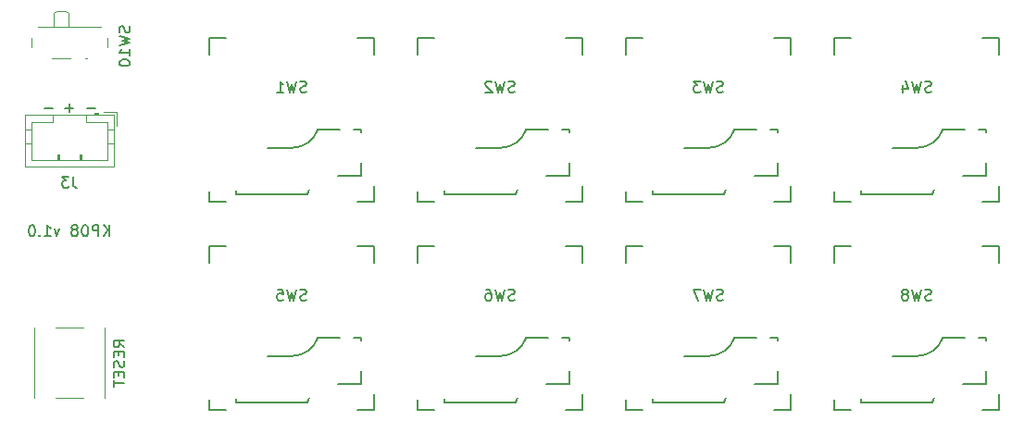
<source format=gbo>
G04 #@! TF.GenerationSoftware,KiCad,Pcbnew,(6.0.7)*
G04 #@! TF.CreationDate,2022-11-12T22:44:30+08:00*
G04 #@! TF.ProjectId,KP08_keypad,4b503038-5f6b-4657-9970-61642e6b6963,1.0*
G04 #@! TF.SameCoordinates,Original*
G04 #@! TF.FileFunction,Legend,Bot*
G04 #@! TF.FilePolarity,Positive*
%FSLAX46Y46*%
G04 Gerber Fmt 4.6, Leading zero omitted, Abs format (unit mm)*
G04 Created by KiCad (PCBNEW (6.0.7)) date 2022-11-12 22:44:30*
%MOMM*%
%LPD*%
G01*
G04 APERTURE LIST*
G04 Aperture macros list*
%AMOutline4P*
0 Free polygon, 4 corners , with rotation*
0 The origin of the aperture is its center*
0 number of corners: always 4*
0 $1 to $8 corner X, Y*
0 $9 Rotation angle, in degrees counterclockwise*
0 create outline with 4 corners*
4,1,4,$1,$2,$3,$4,$5,$6,$7,$8,$1,$2,$9*%
G04 Aperture macros list end*
%ADD10C,0.150000*%
%ADD11C,0.140000*%
%ADD12C,0.120000*%
%ADD13C,1.700000*%
%ADD14C,3.000000*%
%ADD15C,4.000000*%
%ADD16C,2.500000*%
%ADD17R,2.500000X2.550000*%
%ADD18R,1.700000X1.700000*%
%ADD19O,1.700000X1.700000*%
%ADD20C,2.200000*%
%ADD21C,0.900000*%
%ADD22R,1.000000X0.800000*%
%ADD23R,0.700000X1.500000*%
%ADD24R,1.300000X1.550000*%
%ADD25O,1.200000X1.750000*%
%ADD26Outline4P,-0.600000X-0.875000X0.600000X-0.875000X0.600000X0.875000X-0.600000X0.875000X180.000000*%
G04 APERTURE END LIST*
D10*
X97646666Y-86812380D02*
X97646666Y-85812380D01*
X97075238Y-86812380D02*
X97503809Y-86240952D01*
X97075238Y-85812380D02*
X97646666Y-86383809D01*
X96646666Y-86812380D02*
X96646666Y-85812380D01*
X96265714Y-85812380D01*
X96170476Y-85860000D01*
X96122857Y-85907619D01*
X96075238Y-86002857D01*
X96075238Y-86145714D01*
X96122857Y-86240952D01*
X96170476Y-86288571D01*
X96265714Y-86336190D01*
X96646666Y-86336190D01*
X95456190Y-85812380D02*
X95360952Y-85812380D01*
X95265714Y-85860000D01*
X95218095Y-85907619D01*
X95170476Y-86002857D01*
X95122857Y-86193333D01*
X95122857Y-86431428D01*
X95170476Y-86621904D01*
X95218095Y-86717142D01*
X95265714Y-86764761D01*
X95360952Y-86812380D01*
X95456190Y-86812380D01*
X95551428Y-86764761D01*
X95599047Y-86717142D01*
X95646666Y-86621904D01*
X95694285Y-86431428D01*
X95694285Y-86193333D01*
X95646666Y-86002857D01*
X95599047Y-85907619D01*
X95551428Y-85860000D01*
X95456190Y-85812380D01*
X94551428Y-86240952D02*
X94646666Y-86193333D01*
X94694285Y-86145714D01*
X94741904Y-86050476D01*
X94741904Y-86002857D01*
X94694285Y-85907619D01*
X94646666Y-85860000D01*
X94551428Y-85812380D01*
X94360952Y-85812380D01*
X94265714Y-85860000D01*
X94218095Y-85907619D01*
X94170476Y-86002857D01*
X94170476Y-86050476D01*
X94218095Y-86145714D01*
X94265714Y-86193333D01*
X94360952Y-86240952D01*
X94551428Y-86240952D01*
X94646666Y-86288571D01*
X94694285Y-86336190D01*
X94741904Y-86431428D01*
X94741904Y-86621904D01*
X94694285Y-86717142D01*
X94646666Y-86764761D01*
X94551428Y-86812380D01*
X94360952Y-86812380D01*
X94265714Y-86764761D01*
X94218095Y-86717142D01*
X94170476Y-86621904D01*
X94170476Y-86431428D01*
X94218095Y-86336190D01*
X94265714Y-86288571D01*
X94360952Y-86240952D01*
X93075238Y-86145714D02*
X92837142Y-86812380D01*
X92599047Y-86145714D01*
X91694285Y-86812380D02*
X92265714Y-86812380D01*
X91980000Y-86812380D02*
X91980000Y-85812380D01*
X92075238Y-85955238D01*
X92170476Y-86050476D01*
X92265714Y-86098095D01*
X91265714Y-86717142D02*
X91218095Y-86764761D01*
X91265714Y-86812380D01*
X91313333Y-86764761D01*
X91265714Y-86717142D01*
X91265714Y-86812380D01*
X90599047Y-85812380D02*
X90503809Y-85812380D01*
X90408571Y-85860000D01*
X90360952Y-85907619D01*
X90313333Y-86002857D01*
X90265714Y-86193333D01*
X90265714Y-86431428D01*
X90313333Y-86621904D01*
X90360952Y-86717142D01*
X90408571Y-86764761D01*
X90503809Y-86812380D01*
X90599047Y-86812380D01*
X90694285Y-86764761D01*
X90741904Y-86717142D01*
X90789523Y-86621904D01*
X90837142Y-86431428D01*
X90837142Y-86193333D01*
X90789523Y-86002857D01*
X90741904Y-85907619D01*
X90694285Y-85860000D01*
X90599047Y-85812380D01*
X172783333Y-73604761D02*
X172640476Y-73652380D01*
X172402380Y-73652380D01*
X172307142Y-73604761D01*
X172259523Y-73557142D01*
X172211904Y-73461904D01*
X172211904Y-73366666D01*
X172259523Y-73271428D01*
X172307142Y-73223809D01*
X172402380Y-73176190D01*
X172592857Y-73128571D01*
X172688095Y-73080952D01*
X172735714Y-73033333D01*
X172783333Y-72938095D01*
X172783333Y-72842857D01*
X172735714Y-72747619D01*
X172688095Y-72700000D01*
X172592857Y-72652380D01*
X172354761Y-72652380D01*
X172211904Y-72700000D01*
X171878571Y-72652380D02*
X171640476Y-73652380D01*
X171450000Y-72938095D01*
X171259523Y-73652380D01*
X171021428Y-72652380D01*
X170211904Y-72985714D02*
X170211904Y-73652380D01*
X170450000Y-72604761D02*
X170688095Y-73319047D01*
X170069047Y-73319047D01*
X115633333Y-73604761D02*
X115490476Y-73652380D01*
X115252380Y-73652380D01*
X115157142Y-73604761D01*
X115109523Y-73557142D01*
X115061904Y-73461904D01*
X115061904Y-73366666D01*
X115109523Y-73271428D01*
X115157142Y-73223809D01*
X115252380Y-73176190D01*
X115442857Y-73128571D01*
X115538095Y-73080952D01*
X115585714Y-73033333D01*
X115633333Y-72938095D01*
X115633333Y-72842857D01*
X115585714Y-72747619D01*
X115538095Y-72700000D01*
X115442857Y-72652380D01*
X115204761Y-72652380D01*
X115061904Y-72700000D01*
X114728571Y-72652380D02*
X114490476Y-73652380D01*
X114300000Y-72938095D01*
X114109523Y-73652380D01*
X113871428Y-72652380D01*
X112966666Y-73652380D02*
X113538095Y-73652380D01*
X113252380Y-73652380D02*
X113252380Y-72652380D01*
X113347619Y-72795238D01*
X113442857Y-72890476D01*
X113538095Y-72938095D01*
X172783333Y-92654761D02*
X172640476Y-92702380D01*
X172402380Y-92702380D01*
X172307142Y-92654761D01*
X172259523Y-92607142D01*
X172211904Y-92511904D01*
X172211904Y-92416666D01*
X172259523Y-92321428D01*
X172307142Y-92273809D01*
X172402380Y-92226190D01*
X172592857Y-92178571D01*
X172688095Y-92130952D01*
X172735714Y-92083333D01*
X172783333Y-91988095D01*
X172783333Y-91892857D01*
X172735714Y-91797619D01*
X172688095Y-91750000D01*
X172592857Y-91702380D01*
X172354761Y-91702380D01*
X172211904Y-91750000D01*
X171878571Y-91702380D02*
X171640476Y-92702380D01*
X171450000Y-91988095D01*
X171259523Y-92702380D01*
X171021428Y-91702380D01*
X170497619Y-92130952D02*
X170592857Y-92083333D01*
X170640476Y-92035714D01*
X170688095Y-91940476D01*
X170688095Y-91892857D01*
X170640476Y-91797619D01*
X170592857Y-91750000D01*
X170497619Y-91702380D01*
X170307142Y-91702380D01*
X170211904Y-91750000D01*
X170164285Y-91797619D01*
X170116666Y-91892857D01*
X170116666Y-91940476D01*
X170164285Y-92035714D01*
X170211904Y-92083333D01*
X170307142Y-92130952D01*
X170497619Y-92130952D01*
X170592857Y-92178571D01*
X170640476Y-92226190D01*
X170688095Y-92321428D01*
X170688095Y-92511904D01*
X170640476Y-92607142D01*
X170592857Y-92654761D01*
X170497619Y-92702380D01*
X170307142Y-92702380D01*
X170211904Y-92654761D01*
X170164285Y-92607142D01*
X170116666Y-92511904D01*
X170116666Y-92321428D01*
X170164285Y-92226190D01*
X170211904Y-92178571D01*
X170307142Y-92130952D01*
X134683333Y-73604761D02*
X134540476Y-73652380D01*
X134302380Y-73652380D01*
X134207142Y-73604761D01*
X134159523Y-73557142D01*
X134111904Y-73461904D01*
X134111904Y-73366666D01*
X134159523Y-73271428D01*
X134207142Y-73223809D01*
X134302380Y-73176190D01*
X134492857Y-73128571D01*
X134588095Y-73080952D01*
X134635714Y-73033333D01*
X134683333Y-72938095D01*
X134683333Y-72842857D01*
X134635714Y-72747619D01*
X134588095Y-72700000D01*
X134492857Y-72652380D01*
X134254761Y-72652380D01*
X134111904Y-72700000D01*
X133778571Y-72652380D02*
X133540476Y-73652380D01*
X133350000Y-72938095D01*
X133159523Y-73652380D01*
X132921428Y-72652380D01*
X132588095Y-72747619D02*
X132540476Y-72700000D01*
X132445238Y-72652380D01*
X132207142Y-72652380D01*
X132111904Y-72700000D01*
X132064285Y-72747619D01*
X132016666Y-72842857D01*
X132016666Y-72938095D01*
X132064285Y-73080952D01*
X132635714Y-73652380D01*
X132016666Y-73652380D01*
X134683333Y-92654761D02*
X134540476Y-92702380D01*
X134302380Y-92702380D01*
X134207142Y-92654761D01*
X134159523Y-92607142D01*
X134111904Y-92511904D01*
X134111904Y-92416666D01*
X134159523Y-92321428D01*
X134207142Y-92273809D01*
X134302380Y-92226190D01*
X134492857Y-92178571D01*
X134588095Y-92130952D01*
X134635714Y-92083333D01*
X134683333Y-91988095D01*
X134683333Y-91892857D01*
X134635714Y-91797619D01*
X134588095Y-91750000D01*
X134492857Y-91702380D01*
X134254761Y-91702380D01*
X134111904Y-91750000D01*
X133778571Y-91702380D02*
X133540476Y-92702380D01*
X133350000Y-91988095D01*
X133159523Y-92702380D01*
X132921428Y-91702380D01*
X132111904Y-91702380D02*
X132302380Y-91702380D01*
X132397619Y-91750000D01*
X132445238Y-91797619D01*
X132540476Y-91940476D01*
X132588095Y-92130952D01*
X132588095Y-92511904D01*
X132540476Y-92607142D01*
X132492857Y-92654761D01*
X132397619Y-92702380D01*
X132207142Y-92702380D01*
X132111904Y-92654761D01*
X132064285Y-92607142D01*
X132016666Y-92511904D01*
X132016666Y-92273809D01*
X132064285Y-92178571D01*
X132111904Y-92130952D01*
X132207142Y-92083333D01*
X132397619Y-92083333D01*
X132492857Y-92130952D01*
X132540476Y-92178571D01*
X132588095Y-92273809D01*
X153733333Y-92654761D02*
X153590476Y-92702380D01*
X153352380Y-92702380D01*
X153257142Y-92654761D01*
X153209523Y-92607142D01*
X153161904Y-92511904D01*
X153161904Y-92416666D01*
X153209523Y-92321428D01*
X153257142Y-92273809D01*
X153352380Y-92226190D01*
X153542857Y-92178571D01*
X153638095Y-92130952D01*
X153685714Y-92083333D01*
X153733333Y-91988095D01*
X153733333Y-91892857D01*
X153685714Y-91797619D01*
X153638095Y-91750000D01*
X153542857Y-91702380D01*
X153304761Y-91702380D01*
X153161904Y-91750000D01*
X152828571Y-91702380D02*
X152590476Y-92702380D01*
X152400000Y-91988095D01*
X152209523Y-92702380D01*
X151971428Y-91702380D01*
X151685714Y-91702380D02*
X151019047Y-91702380D01*
X151447619Y-92702380D01*
X153733333Y-73604761D02*
X153590476Y-73652380D01*
X153352380Y-73652380D01*
X153257142Y-73604761D01*
X153209523Y-73557142D01*
X153161904Y-73461904D01*
X153161904Y-73366666D01*
X153209523Y-73271428D01*
X153257142Y-73223809D01*
X153352380Y-73176190D01*
X153542857Y-73128571D01*
X153638095Y-73080952D01*
X153685714Y-73033333D01*
X153733333Y-72938095D01*
X153733333Y-72842857D01*
X153685714Y-72747619D01*
X153638095Y-72700000D01*
X153542857Y-72652380D01*
X153304761Y-72652380D01*
X153161904Y-72700000D01*
X152828571Y-72652380D02*
X152590476Y-73652380D01*
X152400000Y-72938095D01*
X152209523Y-73652380D01*
X151971428Y-72652380D01*
X151685714Y-72652380D02*
X151066666Y-72652380D01*
X151400000Y-73033333D01*
X151257142Y-73033333D01*
X151161904Y-73080952D01*
X151114285Y-73128571D01*
X151066666Y-73223809D01*
X151066666Y-73461904D01*
X151114285Y-73557142D01*
X151161904Y-73604761D01*
X151257142Y-73652380D01*
X151542857Y-73652380D01*
X151638095Y-73604761D01*
X151685714Y-73557142D01*
X115633333Y-92654761D02*
X115490476Y-92702380D01*
X115252380Y-92702380D01*
X115157142Y-92654761D01*
X115109523Y-92607142D01*
X115061904Y-92511904D01*
X115061904Y-92416666D01*
X115109523Y-92321428D01*
X115157142Y-92273809D01*
X115252380Y-92226190D01*
X115442857Y-92178571D01*
X115538095Y-92130952D01*
X115585714Y-92083333D01*
X115633333Y-91988095D01*
X115633333Y-91892857D01*
X115585714Y-91797619D01*
X115538095Y-91750000D01*
X115442857Y-91702380D01*
X115204761Y-91702380D01*
X115061904Y-91750000D01*
X114728571Y-91702380D02*
X114490476Y-92702380D01*
X114300000Y-91988095D01*
X114109523Y-92702380D01*
X113871428Y-91702380D01*
X113014285Y-91702380D02*
X113490476Y-91702380D01*
X113538095Y-92178571D01*
X113490476Y-92130952D01*
X113395238Y-92083333D01*
X113157142Y-92083333D01*
X113061904Y-92130952D01*
X113014285Y-92178571D01*
X112966666Y-92273809D01*
X112966666Y-92511904D01*
X113014285Y-92607142D01*
X113061904Y-92654761D01*
X113157142Y-92702380D01*
X113395238Y-92702380D01*
X113490476Y-92654761D01*
X113538095Y-92607142D01*
X99464761Y-67626476D02*
X99512380Y-67769333D01*
X99512380Y-68007428D01*
X99464761Y-68102666D01*
X99417142Y-68150285D01*
X99321904Y-68197904D01*
X99226666Y-68197904D01*
X99131428Y-68150285D01*
X99083809Y-68102666D01*
X99036190Y-68007428D01*
X98988571Y-67816952D01*
X98940952Y-67721714D01*
X98893333Y-67674095D01*
X98798095Y-67626476D01*
X98702857Y-67626476D01*
X98607619Y-67674095D01*
X98560000Y-67721714D01*
X98512380Y-67816952D01*
X98512380Y-68055047D01*
X98560000Y-68197904D01*
X98512380Y-68531238D02*
X99512380Y-68769333D01*
X98798095Y-68959809D01*
X99512380Y-69150285D01*
X98512380Y-69388380D01*
X99512380Y-70293142D02*
X99512380Y-69721714D01*
X99512380Y-70007428D02*
X98512380Y-70007428D01*
X98655238Y-69912190D01*
X98750476Y-69816952D01*
X98798095Y-69721714D01*
X98512380Y-70912190D02*
X98512380Y-71007428D01*
X98560000Y-71102666D01*
X98607619Y-71150285D01*
X98702857Y-71197904D01*
X98893333Y-71245523D01*
X99131428Y-71245523D01*
X99321904Y-71197904D01*
X99417142Y-71150285D01*
X99464761Y-71102666D01*
X99512380Y-71007428D01*
X99512380Y-70912190D01*
X99464761Y-70816952D01*
X99417142Y-70769333D01*
X99321904Y-70721714D01*
X99131428Y-70674095D01*
X98893333Y-70674095D01*
X98702857Y-70721714D01*
X98607619Y-70769333D01*
X98560000Y-70816952D01*
X98512380Y-70912190D01*
X99004380Y-96972619D02*
X98528190Y-96639285D01*
X99004380Y-96401190D02*
X98004380Y-96401190D01*
X98004380Y-96782142D01*
X98052000Y-96877380D01*
X98099619Y-96925000D01*
X98194857Y-96972619D01*
X98337714Y-96972619D01*
X98432952Y-96925000D01*
X98480571Y-96877380D01*
X98528190Y-96782142D01*
X98528190Y-96401190D01*
X98480571Y-97401190D02*
X98480571Y-97734523D01*
X99004380Y-97877380D02*
X99004380Y-97401190D01*
X98004380Y-97401190D01*
X98004380Y-97877380D01*
X98956761Y-98258333D02*
X99004380Y-98401190D01*
X99004380Y-98639285D01*
X98956761Y-98734523D01*
X98909142Y-98782142D01*
X98813904Y-98829761D01*
X98718666Y-98829761D01*
X98623428Y-98782142D01*
X98575809Y-98734523D01*
X98528190Y-98639285D01*
X98480571Y-98448809D01*
X98432952Y-98353571D01*
X98385333Y-98305952D01*
X98290095Y-98258333D01*
X98194857Y-98258333D01*
X98099619Y-98305952D01*
X98052000Y-98353571D01*
X98004380Y-98448809D01*
X98004380Y-98686904D01*
X98052000Y-98829761D01*
X98480571Y-99258333D02*
X98480571Y-99591666D01*
X99004380Y-99734523D02*
X99004380Y-99258333D01*
X98004380Y-99258333D01*
X98004380Y-99734523D01*
X98004380Y-100020238D02*
X98004380Y-100591666D01*
X99004380Y-100305952D02*
X98004380Y-100305952D01*
X94313333Y-81367380D02*
X94313333Y-82081666D01*
X94360952Y-82224523D01*
X94456190Y-82319761D01*
X94599047Y-82367380D01*
X94694285Y-82367380D01*
X93932380Y-81367380D02*
X93313333Y-81367380D01*
X93646666Y-81748333D01*
X93503809Y-81748333D01*
X93408571Y-81795952D01*
X93360952Y-81843571D01*
X93313333Y-81938809D01*
X93313333Y-82176904D01*
X93360952Y-82272142D01*
X93408571Y-82319761D01*
X93503809Y-82367380D01*
X93789523Y-82367380D01*
X93884761Y-82319761D01*
X93932380Y-82272142D01*
X95631047Y-75112571D02*
X96392952Y-75112571D01*
X93599047Y-75112571D02*
X94360952Y-75112571D01*
X93980000Y-74731619D02*
X93980000Y-75493523D01*
X91694047Y-75112571D02*
X92455952Y-75112571D01*
D11*
X163950000Y-83700000D02*
X163950000Y-82700000D01*
X163950000Y-68700000D02*
X165450000Y-68700000D01*
X178950000Y-83700000D02*
X177450000Y-83700000D01*
X178950000Y-68700000D02*
X178950000Y-70200000D01*
D10*
X166370000Y-82990000D02*
X172870812Y-82990000D01*
X177800000Y-80137000D02*
X177800000Y-81280000D01*
D11*
X163950000Y-83700000D02*
X165450000Y-83700000D01*
X178950000Y-83700000D02*
X178950000Y-82200000D01*
D10*
X177800000Y-77030000D02*
X177165000Y-77030000D01*
X166370000Y-82677000D02*
X166370000Y-82990000D01*
D11*
X163950000Y-68700000D02*
X163950000Y-70200000D01*
X178950000Y-68700000D02*
X177450000Y-68700000D01*
D10*
X177800000Y-77030000D02*
X177800000Y-77343000D01*
X175895000Y-77030000D02*
X173863000Y-77030000D01*
X177800000Y-81280000D02*
X175650000Y-81280000D01*
X169250000Y-78740000D02*
X171450000Y-78740000D01*
X173050002Y-82600001D02*
G75*
G03*
X172870812Y-82990000I2346498J-1314299D01*
G01*
X171450000Y-78739999D02*
G75*
G03*
X173863000Y-77030000I7836J2546448D01*
G01*
X120650000Y-77030000D02*
X120015000Y-77030000D01*
D11*
X121800000Y-83700000D02*
X121800000Y-82200000D01*
D10*
X120650000Y-77030000D02*
X120650000Y-77343000D01*
X120650000Y-81280000D02*
X118500000Y-81280000D01*
D11*
X106800000Y-68700000D02*
X106800000Y-70200000D01*
D10*
X109220000Y-82677000D02*
X109220000Y-82990000D01*
X120650000Y-80137000D02*
X120650000Y-81280000D01*
D11*
X106800000Y-68700000D02*
X108300000Y-68700000D01*
D10*
X118745000Y-77030000D02*
X116713000Y-77030000D01*
D11*
X121800000Y-68700000D02*
X121800000Y-70200000D01*
X121800000Y-68700000D02*
X120300000Y-68700000D01*
X121800000Y-83700000D02*
X120300000Y-83700000D01*
D10*
X112100000Y-78740000D02*
X114300000Y-78740000D01*
D11*
X106800000Y-83700000D02*
X108300000Y-83700000D01*
D10*
X109220000Y-82990000D02*
X115720812Y-82990000D01*
D11*
X106800000Y-83700000D02*
X106800000Y-82700000D01*
D10*
X114300000Y-78739999D02*
G75*
G03*
X116713000Y-77030000I7836J2546448D01*
G01*
X115900002Y-82600001D02*
G75*
G03*
X115720812Y-82990000I2346498J-1314299D01*
G01*
D11*
X163950000Y-102750000D02*
X165450000Y-102750000D01*
D10*
X166370000Y-102040000D02*
X172870812Y-102040000D01*
D11*
X163950000Y-87750000D02*
X163950000Y-89250000D01*
D10*
X166370000Y-101727000D02*
X166370000Y-102040000D01*
X169250000Y-97790000D02*
X171450000Y-97790000D01*
X177800000Y-99187000D02*
X177800000Y-100330000D01*
X177800000Y-96080000D02*
X177165000Y-96080000D01*
X177800000Y-96080000D02*
X177800000Y-96393000D01*
X177800000Y-100330000D02*
X175650000Y-100330000D01*
D11*
X178950000Y-87750000D02*
X178950000Y-89250000D01*
D10*
X175895000Y-96080000D02*
X173863000Y-96080000D01*
D11*
X163950000Y-102750000D02*
X163950000Y-101750000D01*
X163950000Y-87750000D02*
X165450000Y-87750000D01*
X178950000Y-87750000D02*
X177450000Y-87750000D01*
X178950000Y-102750000D02*
X177450000Y-102750000D01*
X178950000Y-102750000D02*
X178950000Y-101250000D01*
D10*
X173050002Y-101650001D02*
G75*
G03*
X172870812Y-102040000I2346498J-1314299D01*
G01*
X171450000Y-97789999D02*
G75*
G03*
X173863000Y-96080000I7836J2546448D01*
G01*
D11*
X125850000Y-83700000D02*
X127350000Y-83700000D01*
D10*
X137795000Y-77030000D02*
X135763000Y-77030000D01*
X139700000Y-77030000D02*
X139065000Y-77030000D01*
D11*
X125850000Y-83700000D02*
X125850000Y-82700000D01*
D10*
X131150000Y-78740000D02*
X133350000Y-78740000D01*
D11*
X140850000Y-68700000D02*
X140850000Y-70200000D01*
X140850000Y-68700000D02*
X139350000Y-68700000D01*
X125850000Y-68700000D02*
X127350000Y-68700000D01*
X125850000Y-68700000D02*
X125850000Y-70200000D01*
D10*
X139700000Y-77030000D02*
X139700000Y-77343000D01*
X139700000Y-80137000D02*
X139700000Y-81280000D01*
X128270000Y-82677000D02*
X128270000Y-82990000D01*
X128270000Y-82990000D02*
X134770812Y-82990000D01*
D11*
X140850000Y-83700000D02*
X139350000Y-83700000D01*
D10*
X139700000Y-81280000D02*
X137550000Y-81280000D01*
D11*
X140850000Y-83700000D02*
X140850000Y-82200000D01*
D10*
X134950002Y-82600001D02*
G75*
G03*
X134770812Y-82990000I2346498J-1314299D01*
G01*
X133350000Y-78739999D02*
G75*
G03*
X135763000Y-77030000I7836J2546448D01*
G01*
D11*
X125850000Y-102750000D02*
X127350000Y-102750000D01*
D10*
X137795000Y-96080000D02*
X135763000Y-96080000D01*
X139700000Y-99187000D02*
X139700000Y-100330000D01*
D11*
X125850000Y-87750000D02*
X125850000Y-89250000D01*
D10*
X131150000Y-97790000D02*
X133350000Y-97790000D01*
D11*
X140850000Y-102750000D02*
X139350000Y-102750000D01*
X125850000Y-102750000D02*
X125850000Y-101750000D01*
D10*
X139700000Y-96080000D02*
X139065000Y-96080000D01*
X139700000Y-96080000D02*
X139700000Y-96393000D01*
D11*
X140850000Y-87750000D02*
X139350000Y-87750000D01*
D10*
X128270000Y-101727000D02*
X128270000Y-102040000D01*
D11*
X140850000Y-102750000D02*
X140850000Y-101250000D01*
X140850000Y-87750000D02*
X140850000Y-89250000D01*
X125850000Y-87750000D02*
X127350000Y-87750000D01*
D10*
X139700000Y-100330000D02*
X137550000Y-100330000D01*
X128270000Y-102040000D02*
X134770812Y-102040000D01*
X134950002Y-101650001D02*
G75*
G03*
X134770812Y-102040000I2346498J-1314299D01*
G01*
X133350000Y-97789999D02*
G75*
G03*
X135763000Y-96080000I7836J2546448D01*
G01*
D11*
X144900000Y-87750000D02*
X144900000Y-89250000D01*
X144900000Y-102750000D02*
X144900000Y-101750000D01*
X159900000Y-87750000D02*
X159900000Y-89250000D01*
D10*
X158750000Y-96080000D02*
X158115000Y-96080000D01*
X158750000Y-96080000D02*
X158750000Y-96393000D01*
X147320000Y-102040000D02*
X153820812Y-102040000D01*
D11*
X159900000Y-102750000D02*
X159900000Y-101250000D01*
X144900000Y-102750000D02*
X146400000Y-102750000D01*
D10*
X156845000Y-96080000D02*
X154813000Y-96080000D01*
X147320000Y-101727000D02*
X147320000Y-102040000D01*
D11*
X159900000Y-102750000D02*
X158400000Y-102750000D01*
D10*
X150200000Y-97790000D02*
X152400000Y-97790000D01*
X158750000Y-100330000D02*
X156600000Y-100330000D01*
X158750000Y-99187000D02*
X158750000Y-100330000D01*
D11*
X159900000Y-87750000D02*
X158400000Y-87750000D01*
X144900000Y-87750000D02*
X146400000Y-87750000D01*
D10*
X154000002Y-101650001D02*
G75*
G03*
X153820812Y-102040000I2346498J-1314299D01*
G01*
X152400000Y-97789999D02*
G75*
G03*
X154813000Y-96080000I7836J2546448D01*
G01*
D11*
X144900000Y-68700000D02*
X146400000Y-68700000D01*
D10*
X158750000Y-77030000D02*
X158115000Y-77030000D01*
D11*
X144900000Y-83700000D02*
X146400000Y-83700000D01*
X144900000Y-83700000D02*
X144900000Y-82700000D01*
X159900000Y-83700000D02*
X159900000Y-82200000D01*
D10*
X147320000Y-82990000D02*
X153820812Y-82990000D01*
X156845000Y-77030000D02*
X154813000Y-77030000D01*
D11*
X159900000Y-68700000D02*
X158400000Y-68700000D01*
X144900000Y-68700000D02*
X144900000Y-70200000D01*
D10*
X147320000Y-82677000D02*
X147320000Y-82990000D01*
X158750000Y-81280000D02*
X156600000Y-81280000D01*
X158750000Y-77030000D02*
X158750000Y-77343000D01*
X150200000Y-78740000D02*
X152400000Y-78740000D01*
D11*
X159900000Y-68700000D02*
X159900000Y-70200000D01*
X159900000Y-83700000D02*
X158400000Y-83700000D01*
D10*
X158750000Y-80137000D02*
X158750000Y-81280000D01*
X154000002Y-82600001D02*
G75*
G03*
X153820812Y-82990000I2346498J-1314299D01*
G01*
X152400000Y-78739999D02*
G75*
G03*
X154813000Y-77030000I7836J2546448D01*
G01*
X120650000Y-100330000D02*
X118500000Y-100330000D01*
X118745000Y-96080000D02*
X116713000Y-96080000D01*
D11*
X106800000Y-87750000D02*
X108300000Y-87750000D01*
D10*
X120650000Y-99187000D02*
X120650000Y-100330000D01*
D11*
X121800000Y-87750000D02*
X120300000Y-87750000D01*
X121800000Y-102750000D02*
X120300000Y-102750000D01*
D10*
X120650000Y-96080000D02*
X120015000Y-96080000D01*
D11*
X106800000Y-102750000D02*
X108300000Y-102750000D01*
D10*
X112100000Y-97790000D02*
X114300000Y-97790000D01*
X120650000Y-96080000D02*
X120650000Y-96393000D01*
X109220000Y-102040000D02*
X115720812Y-102040000D01*
D11*
X106800000Y-87750000D02*
X106800000Y-89250000D01*
X106800000Y-102750000D02*
X106800000Y-101750000D01*
D10*
X109220000Y-101727000D02*
X109220000Y-102040000D01*
D11*
X121800000Y-87750000D02*
X121800000Y-89250000D01*
X121800000Y-102750000D02*
X121800000Y-101250000D01*
D10*
X114300000Y-97789999D02*
G75*
G03*
X116713000Y-96080000I7836J2546448D01*
G01*
X115900002Y-101650001D02*
G75*
G03*
X115720812Y-102040000I2346498J-1314299D01*
G01*
D12*
X92580000Y-66416000D02*
X92780000Y-66206000D01*
X92780000Y-66206000D02*
X93680000Y-66206000D01*
X93880000Y-66416000D02*
X93880000Y-67706000D01*
X95380000Y-70556000D02*
X95580000Y-70556000D01*
X92580000Y-67706000D02*
X92580000Y-66416000D01*
X92380000Y-70556000D02*
X94080000Y-70556000D01*
X91130000Y-67706000D02*
X96830000Y-67706000D01*
X90530000Y-69506000D02*
X90530000Y-68716000D01*
X97430000Y-68716000D02*
X97430000Y-69506000D01*
X93880000Y-66416000D02*
X93680000Y-66206000D01*
X90750000Y-101655000D02*
X90780000Y-101655000D01*
X95280000Y-101655000D02*
X92680000Y-101655000D01*
X95280000Y-95195000D02*
X92680000Y-95195000D01*
X97210000Y-95195000D02*
X97180000Y-95195000D01*
X90750000Y-101655000D02*
X90750000Y-95195000D01*
X90750000Y-95195000D02*
X90780000Y-95195000D01*
X97180000Y-101655000D02*
X97210000Y-101655000D01*
X97210000Y-101655000D02*
X97210000Y-95195000D01*
X94880000Y-79355000D02*
X94880000Y-79855000D01*
X94980000Y-79855000D02*
X94980000Y-79355000D01*
X96580000Y-75545000D02*
X96580000Y-75745000D01*
X98040000Y-78355000D02*
X97430000Y-78355000D01*
X95080000Y-79855000D02*
X95080000Y-79355000D01*
X89920000Y-75745000D02*
X98040000Y-75745000D01*
X95480000Y-76355000D02*
X97430000Y-76355000D01*
X89920000Y-78355000D02*
X90530000Y-78355000D01*
X96280000Y-75545000D02*
X96580000Y-75545000D01*
X98040000Y-77055000D02*
X97430000Y-77055000D01*
X92980000Y-79855000D02*
X92980000Y-79355000D01*
X98040000Y-80465000D02*
X89920000Y-80465000D01*
X93080000Y-79355000D02*
X92880000Y-79355000D01*
X95080000Y-79355000D02*
X94880000Y-79355000D01*
X90530000Y-79855000D02*
X90530000Y-76355000D01*
X97430000Y-79855000D02*
X90530000Y-79855000D01*
X97430000Y-76355000D02*
X97430000Y-79855000D01*
X98040000Y-75745000D02*
X98040000Y-80465000D01*
X92880000Y-79355000D02*
X92880000Y-79855000D01*
X97090000Y-75445000D02*
X98340000Y-75445000D01*
X98340000Y-75445000D02*
X98340000Y-76695000D01*
X89920000Y-77055000D02*
X90530000Y-77055000D01*
X95480000Y-75745000D02*
X95480000Y-76355000D01*
X89920000Y-80465000D02*
X89920000Y-75745000D01*
X93080000Y-79855000D02*
X93080000Y-79355000D01*
X92480000Y-76355000D02*
X92480000Y-75745000D01*
X96280000Y-75645000D02*
X96580000Y-75645000D01*
X90530000Y-76355000D02*
X92480000Y-76355000D01*
X96280000Y-75745000D02*
X96280000Y-75545000D01*
%LPC*%
D13*
X176530000Y-76200000D03*
D14*
X167640000Y-78740000D03*
D13*
X166370000Y-76200000D03*
D14*
X168910000Y-81280000D03*
X175260000Y-78740000D03*
X173990000Y-81280000D03*
D15*
X171450000Y-76200000D03*
D16*
X167640000Y-73660000D03*
D17*
X165160000Y-81280000D03*
D16*
X168910000Y-71120000D03*
X175260000Y-73660000D03*
X173990000Y-71120000D03*
D17*
X179010000Y-78740000D03*
D14*
X116840000Y-81280000D03*
D13*
X109220000Y-76200000D03*
D14*
X118110000Y-78740000D03*
D15*
X114300000Y-76200000D03*
D13*
X119380000Y-76200000D03*
D14*
X111760000Y-81280000D03*
X110490000Y-78740000D03*
D16*
X111760000Y-71120000D03*
X110490000Y-73660000D03*
D17*
X108010000Y-81280000D03*
D16*
X118110000Y-73660000D03*
D17*
X121860000Y-78740000D03*
D16*
X116840000Y-71120000D03*
D13*
X176530000Y-95250000D03*
D14*
X168910000Y-100330000D03*
X175260000Y-97790000D03*
X167640000Y-97790000D03*
X173990000Y-100330000D03*
D15*
X171450000Y-95250000D03*
D13*
X166370000Y-95250000D03*
D16*
X167640000Y-92710000D03*
X168910000Y-90170000D03*
D17*
X165160000Y-100330000D03*
D16*
X173990000Y-90170000D03*
X175260000Y-92710000D03*
D17*
X179010000Y-97790000D03*
D18*
X86360000Y-70485000D03*
D19*
X86360000Y-73025000D03*
X86360000Y-75565000D03*
X86360000Y-78105000D03*
X86360000Y-80645000D03*
X86360000Y-83185000D03*
X86360000Y-85725000D03*
X86360000Y-88265000D03*
X86360000Y-90805000D03*
X86360000Y-93345000D03*
X86360000Y-95885000D03*
X86360000Y-98425000D03*
X86360000Y-100965000D03*
D20*
X93980000Y-91440000D03*
D14*
X135890000Y-81280000D03*
D15*
X133350000Y-76200000D03*
D14*
X137160000Y-78740000D03*
X129540000Y-78740000D03*
D13*
X138430000Y-76200000D03*
X128270000Y-76200000D03*
D14*
X130810000Y-81280000D03*
D17*
X127060000Y-81280000D03*
D16*
X129540000Y-73660000D03*
X130810000Y-71120000D03*
X135890000Y-71120000D03*
X137160000Y-73660000D03*
D17*
X140910000Y-78740000D03*
D18*
X101600000Y-70485000D03*
D19*
X101600000Y-73025000D03*
X101600000Y-75565000D03*
X101600000Y-78105000D03*
X101600000Y-80645000D03*
X101600000Y-83185000D03*
X101600000Y-85725000D03*
X101600000Y-88265000D03*
X101600000Y-90805000D03*
X101600000Y-93345000D03*
X101600000Y-95885000D03*
X101600000Y-98425000D03*
X101600000Y-100965000D03*
D20*
X161925000Y-85725000D03*
D15*
X133350000Y-95250000D03*
D14*
X137160000Y-97790000D03*
X130810000Y-100330000D03*
X129540000Y-97790000D03*
D13*
X138430000Y-95250000D03*
X128270000Y-95250000D03*
D14*
X135890000Y-100330000D03*
D16*
X130810000Y-90170000D03*
X129540000Y-92710000D03*
D17*
X127060000Y-100330000D03*
X140910000Y-97790000D03*
D16*
X135890000Y-90170000D03*
X137160000Y-92710000D03*
D20*
X161925000Y-103505000D03*
X161925000Y-67945000D03*
D14*
X154940000Y-100330000D03*
X149860000Y-100330000D03*
X156210000Y-97790000D03*
D13*
X157480000Y-95250000D03*
D14*
X148590000Y-97790000D03*
D15*
X152400000Y-95250000D03*
D13*
X147320000Y-95250000D03*
D17*
X146110000Y-100330000D03*
D16*
X149860000Y-90170000D03*
X148590000Y-92710000D03*
D17*
X159960000Y-97790000D03*
D16*
X154940000Y-90170000D03*
X156210000Y-92710000D03*
D13*
X157480000Y-76200000D03*
D14*
X156210000Y-78740000D03*
X149860000Y-81280000D03*
D13*
X147320000Y-76200000D03*
D14*
X148590000Y-78740000D03*
X154940000Y-81280000D03*
D15*
X152400000Y-76200000D03*
D16*
X149860000Y-71120000D03*
X148590000Y-73660000D03*
D17*
X146110000Y-81280000D03*
X159960000Y-78740000D03*
D16*
X156210000Y-73660000D03*
X154940000Y-71120000D03*
D20*
X123825000Y-85725000D03*
D14*
X111760000Y-100330000D03*
D13*
X119380000Y-95250000D03*
D15*
X114300000Y-95250000D03*
D13*
X109220000Y-95250000D03*
D14*
X116840000Y-100330000D03*
X110490000Y-97790000D03*
X118110000Y-97790000D03*
D16*
X111760000Y-90170000D03*
D17*
X108010000Y-100330000D03*
D16*
X110490000Y-92710000D03*
X118110000Y-92710000D03*
D17*
X121860000Y-97790000D03*
D16*
X116840000Y-90170000D03*
D20*
X123825000Y-67945000D03*
D21*
X95480000Y-69106000D03*
X92480000Y-69106000D03*
D22*
X97630000Y-68006000D03*
X90330000Y-68006000D03*
X90330000Y-70216000D03*
D21*
X92480000Y-69106000D03*
X95480000Y-69106000D03*
D22*
X97630000Y-70216000D03*
D23*
X91730000Y-70866000D03*
X94730000Y-70866000D03*
X96230000Y-70866000D03*
D24*
X96230000Y-94450000D03*
X96230000Y-102400000D03*
X91730000Y-102400000D03*
X91730000Y-94450000D03*
D25*
X95980000Y-77555000D03*
D26*
X93980000Y-77555000D03*
D25*
X91980000Y-77555000D03*
M02*

</source>
